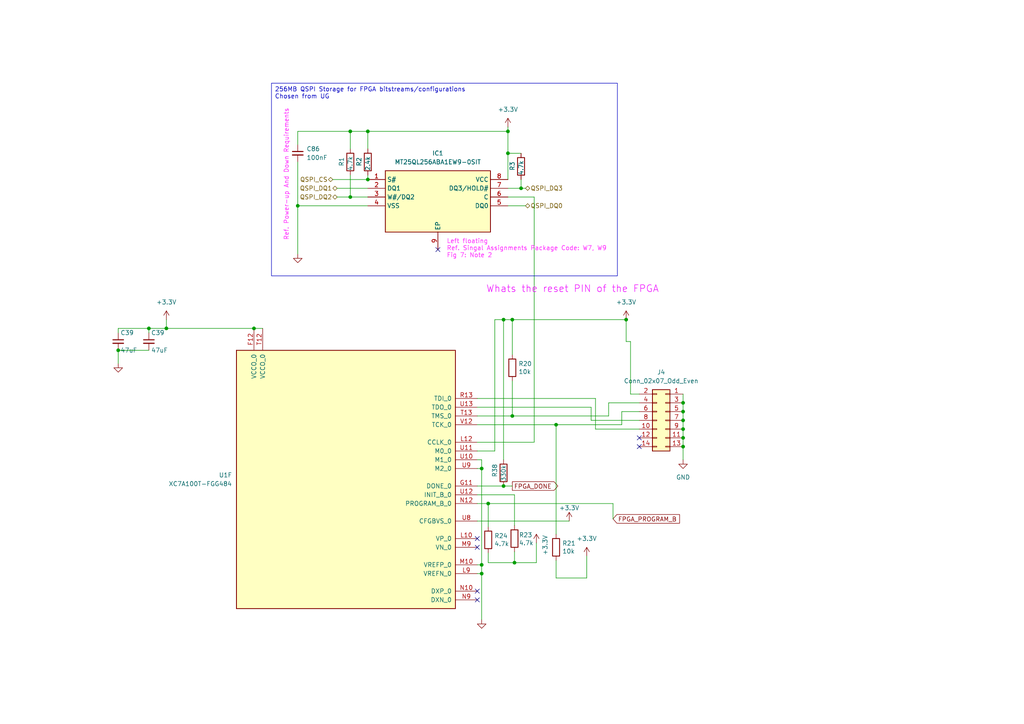
<source format=kicad_sch>
(kicad_sch (version 20230121) (generator eeschema)
  (paper "A4")
  (title_block (title "TripSitter") (date "4/20/2069") (rev "4.2.0") (company "NTNU x Nordic Semiconductor"))
  (junction (at 146.05 92.71))
  (junction (at 151.13 54.61))
  (junction (at 48.26 95.25))
  (junction (at 198.12 116.84))
  (junction (at 141.605 146.05))
  (junction (at 198.12 129.54))
  (junction (at 147.32 44.45))
  (junction (at 34.29 101.6))
  (junction (at 181.61 92.71))
  (junction (at 101.6 57.15))
  (junction (at 198.12 124.46))
  (junction (at 198.12 127))
  (junction (at 161.29 123.19))
  (junction (at 139.7 163.83))
  (junction (at 148.59 92.71))
  (junction (at 149.225 163.195))
  (junction (at 139.7 135.89))
  (junction (at 198.12 119.38))
  (junction (at 106.68 38.1))
  (junction (at 101.6 38.1))
  (junction (at 73.66 95.25))
  (junction (at 198.12 121.92))
  (junction (at 147.32 38.1))
  (junction (at 86.36 59.69))
  (junction (at 106.68 52.07))
  (junction (at 148.59 120.65))
  (junction (at 139.7 166.37))
  (junction (at 43.18 95.25))
  (junction (at 146.05 140.97))
  (no_connect (at 138.43 156.21))
  (no_connect (at 185.42 127))
  (no_connect (at 138.43 171.45))
  (no_connect (at 138.43 173.99))
  (no_connect (at 127 72.39))
  (no_connect (at 185.42 129.54))
  (no_connect (at 138.43 158.75))
  (wire (pts (xy 48.26 92.71) (xy 48.26 95.25)))
  (wire (pts (xy 101.6 38.1) (xy 86.36 38.1)))
  (wire (pts (xy 177.8 146.05) (xy 141.605 146.05)))
  (wire (pts (xy 161.29 123.19) (xy 161.29 154.94)))
  (wire (pts (xy 198.12 121.92) (xy 198.12 124.46)))
  (wire (pts (xy 146.05 92.71) (xy 146.05 133.35)))
  (wire (pts (xy 149.225 143.51) (xy 149.225 152.4)))
  (wire (pts (xy 148.59 92.71) (xy 148.59 102.87)))
  (wire (pts (xy 148.59 92.71) (xy 181.61 92.71)))
  (wire (pts (xy 198.12 129.54) (xy 198.12 133.35)))
  (wire (pts (xy 101.6 57.15) (xy 101.6 50.8)))
  (wire (pts (xy 147.32 36.83) (xy 147.32 38.1)))
  (wire (pts (xy 185.42 124.46) (xy 172.72 124.46)))
  (wire (pts (xy 146.05 140.97) (xy 138.43 140.97)))
  (wire (pts (xy 86.36 46.99) (xy 86.36 59.69)))
  (wire (pts (xy 138.43 120.65) (xy 148.59 120.65)))
  (wire (pts (xy 34.29 101.6) (xy 34.29 105.41)))
  (wire (pts (xy 198.12 127) (xy 198.12 129.54)))
  (wire (pts (xy 154.94 128.27) (xy 154.94 57.15)))
  (wire (pts (xy 147.32 59.69) (xy 152.4 59.69)))
  (wire (pts (xy 182.88 99.06) (xy 182.88 114.3)))
  (wire (pts (xy 198.12 119.38) (xy 198.12 121.92)))
  (wire (pts (xy 101.6 38.1) (xy 101.6 43.18)))
  (wire (pts (xy 148.59 140.97) (xy 146.05 140.97)))
  (wire (pts (xy 154.94 57.15) (xy 147.32 57.15)))
  (wire (pts (xy 138.43 163.83) (xy 139.7 163.83)))
  (wire (pts (xy 34.29 101.6) (xy 43.18 101.6)))
  (wire (pts (xy 148.59 120.65) (xy 176.53 120.65)))
  (wire (pts (xy 151.13 54.61) (xy 152.4 54.61)))
  (wire (pts (xy 86.36 38.1) (xy 86.36 41.91)))
  (wire (pts (xy 143.51 92.71) (xy 146.05 92.71)))
  (wire (pts (xy 182.88 114.3) (xy 185.42 114.3)))
  (wire (pts (xy 138.43 115.57) (xy 172.72 115.57)))
  (wire (pts (xy 165.1 151.13) (xy 138.43 151.13)))
  (wire (pts (xy 147.32 38.1) (xy 106.68 38.1)))
  (wire (pts (xy 34.29 95.25) (xy 34.29 96.52)))
  (wire (pts (xy 182.88 99.06) (xy 181.61 99.06)))
  (wire (pts (xy 185.42 119.38) (xy 180.34 119.38)))
  (wire (pts (xy 161.29 123.19) (xy 180.34 123.19)))
  (wire (pts (xy 171.45 121.92) (xy 171.45 118.11)))
  (wire (pts (xy 185.42 116.84) (xy 176.53 116.84)))
  (wire (pts (xy 138.43 118.11) (xy 171.45 118.11)))
  (wire (pts (xy 73.66 95.25) (xy 76.2 95.25)))
  (wire (pts (xy 106.68 38.1) (xy 106.68 43.18)))
  (wire (pts (xy 149.225 163.195) (xy 155.575 163.195)))
  (wire (pts (xy 149.225 160.02) (xy 149.225 163.195)))
  (wire (pts (xy 141.605 146.05) (xy 138.43 146.05)))
  (wire (pts (xy 170.18 167.64) (xy 170.18 161.29)))
  (wire (pts (xy 148.59 110.49) (xy 148.59 120.65)))
  (wire (pts (xy 106.68 57.15) (xy 101.6 57.15)))
  (wire (pts (xy 139.7 163.83) (xy 139.7 166.37)))
  (wire (pts (xy 139.7 133.35) (xy 138.43 133.35)))
  (wire (pts (xy 86.36 59.69) (xy 106.68 59.69)))
  (wire (pts (xy 176.53 116.84) (xy 176.53 120.65)))
  (wire (pts (xy 96.52 52.07) (xy 106.68 52.07)))
  (wire (pts (xy 43.18 95.25) (xy 43.18 96.52)))
  (wire (pts (xy 141.605 160.401) (xy 141.605 163.195)))
  (wire (pts (xy 138.43 143.51) (xy 149.225 143.51)))
  (wire (pts (xy 48.26 95.25) (xy 43.18 95.25)))
  (wire (pts (xy 147.32 44.45) (xy 147.32 52.07)))
  (wire (pts (xy 147.32 54.61) (xy 151.13 54.61)))
  (wire (pts (xy 138.43 135.89) (xy 139.7 135.89)))
  (wire (pts (xy 151.13 44.45) (xy 147.32 44.45)))
  (wire (pts (xy 185.42 121.92) (xy 171.45 121.92)))
  (wire (pts (xy 138.43 130.81) (xy 143.51 130.81)))
  (wire (pts (xy 48.26 95.25) (xy 73.66 95.25)))
  (wire (pts (xy 97.79 54.61) (xy 106.68 54.61)))
  (wire (pts (xy 139.7 166.37) (xy 139.7 179.705)))
  (wire (pts (xy 141.605 146.05) (xy 141.605 152.781)))
  (wire (pts (xy 155.575 157.48) (xy 155.575 163.195)))
  (wire (pts (xy 138.43 166.37) (xy 139.7 166.37)))
  (wire (pts (xy 177.8 146.05) (xy 177.8 150.495)))
  (wire (pts (xy 181.61 99.06) (xy 181.61 92.71)))
  (wire (pts (xy 161.29 167.64) (xy 170.18 167.64)))
  (wire (pts (xy 143.51 130.81) (xy 143.51 92.71)))
  (wire (pts (xy 106.68 50.8) (xy 106.68 52.07)))
  (wire (pts (xy 138.43 128.27) (xy 154.94 128.27)))
  (wire (pts (xy 139.7 133.35) (xy 139.7 135.89)))
  (wire (pts (xy 180.34 119.38) (xy 180.34 123.19)))
  (wire (pts (xy 141.605 163.195) (xy 149.225 163.195)))
  (wire (pts (xy 97.79 57.15) (xy 101.6 57.15)))
  (wire (pts (xy 198.12 114.3) (xy 198.12 116.84)))
  (wire (pts (xy 43.18 95.25) (xy 34.29 95.25)))
  (wire (pts (xy 172.72 124.46) (xy 172.72 115.57)))
  (wire (pts (xy 161.29 162.56) (xy 161.29 167.64)))
  (wire (pts (xy 86.36 59.69) (xy 86.36 73.66)))
  (wire (pts (xy 147.32 38.1) (xy 147.32 44.45)))
  (wire (pts (xy 106.68 38.1) (xy 101.6 38.1)))
  (wire (pts (xy 139.7 135.89) (xy 139.7 163.83)))
  (wire (pts (xy 138.43 123.19) (xy 161.29 123.19)))
  (wire (pts (xy 146.05 92.71) (xy 148.59 92.71)))
  (wire (pts (xy 198.12 124.46) (xy 198.12 127)))
  (wire (pts (xy 198.12 116.84) (xy 198.12 119.38)))
  (wire (pts (xy 151.13 52.07) (xy 151.13 54.61)))
  (text_box "256MB QSPI Storage for FPGA bitstreams/configurations\nChosen from UG" (at 78.74 24.13 0) (size 100.33 55.88) (effects (font (size 1.27 1.27)) (justify left top)))
  (text "Whats the reset PIN of the FPGA" (at 140.97 85.09 0) (effects (font (size 2 2)) (justify left bottom)))
  (text "Left floating\nRef. Singal Assignments Package Code: W7, W9\nFig 7: Note 2" (at 129.54 74.93 0) (effects (font (size 1.27 1.27)) (justify left bottom)))
  (text "Ref. Power-up And Down Requirements" (at 83.82 69.85 90) (effects (font (size 1.27 1.27)) (justify left bottom)))
  (global_label "FPGA_PROGRAM_B" (shape input) (at 177.8 150.495 0) (property "Intersheetrefs" "${INTERSHEET_REFS}" (effects hide)))
  (global_label "FPGA_DONE" (shape output) (at 148.59 140.97 0) (property "Intersheetrefs" "${INTERSHEET_REFS}" (effects hide)))
  (hierarchical_label "QSPI_DQ3" (shape bidirectional) (at 152.4 54.61 0))
  (hierarchical_label "QSPI_CS" (shape bidirectional) (at 96.52 52.07 180))
  (hierarchical_label "QSPI_DQ0" (shape bidirectional) (at 152.4 59.69 0))
  (hierarchical_label "QSPI_DQ2" (shape bidirectional) (at 97.79 57.15 180))
  (hierarchical_label "QSPI_DQ1" (shape bidirectional) (at 97.79 54.61 180))
  (symbol (lib_id "power:GND") (at 86.36 73.66 0) (mirror y) (unit 1)
    (property "Reference" "#PWR022" (effects hide))
    (property "Value" "GND" (effects hide))
    (instances (project "TripSitter" (path "" (reference "#PWR022") (unit 1))) (project "fpga" (path "" (reference "#PWR0314") (unit 1))))
  )
  (symbol (lib_id "Device:R") (at 161.29 158.75 0) (unit 1)
    (property "Reference" "R21" (at 163.068 157.5816 0) (effects (justify left)))
    (property "Value" "10k" (at 163.068 159.893 0) (effects (justify left)))
    (property "Footprint" "Resistor_SMD:R_0805_2012Metric_Pad1.20x1.40mm_HandSolder" (effects hide))
    (property "Component name" "RNCP0805FTD10K0" (effects hide))
    (property "DK_Detail_Page" "https://www.digikey.no/product-detail/en/stackpole-electronics-inc/RNCP0805FTD10K0/RNCP0805FTD10K0CT-ND/2240601" (effects hide))
    (instances (project "TripSitter" (path "" (reference "R21") (unit 1))) (project "tdt4295" (path "" (reference "R306") (unit 1))))
  )
  (symbol (lib_id "Device:C_Small") (at 34.29 99.06 0) (unit 1)
    (property "Reference" "C39" (at 34.925 96.52 0) (effects (justify left)))
    (property "Value" "47uF" (at 34.925 101.6 0) (effects (justify left)))
    (property "Footprint" "Capacitor_SMD:C_0603_1608Metric_Pad1.08x0.95mm_HandSolder" (effects hide))
    (property "Component name" "CL10A476MR8NZNE" (effects hide))
    (property "DK_Detail_Page" "https://www.digikey.no/no/products/detail/samsung-electro-mechanics/CL10A476MR8NZNE/5961012" (effects hide))
    (instances (project "TripSitter" (path "" (reference "C39") (unit 1)) (path "" (reference "C9") (unit 1))) (project "fpga" (path "" (reference "C602") (unit 1))))
  )
  (symbol (lib_id "Device:C_Small") (at 43.18 99.06 0) (unit 1)
    (property "Reference" "C39" (at 43.815 96.52 0) (effects (justify left)))
    (property "Value" "47uF" (at 43.815 101.6 0) (effects (justify left)))
    (property "Footprint" "Capacitor_SMD:C_0603_1608Metric_Pad1.08x0.95mm_HandSolder" (effects hide))
    (property "Component name" "CL10A476MR8NZNE" (effects hide))
    (property "DK_Detail_Page" "https://www.digikey.no/no/products/detail/samsung-electro-mechanics/CL10A476MR8NZNE/5961012" (effects hide))
    (instances (project "TripSitter" (path "" (reference "C39") (unit 1)) (path "" (reference "C10") (unit 1))) (project "fpga" (path "" (reference "C602") (unit 1))))
  )
  (symbol (lib_id "Device:R") (at 149.225 156.21 0) (unit 1)
    (property "Reference" "R23" (at 150.495 155.1686 0) (effects (justify left)))
    (property "Value" "4.7k" (at 150.495 157.48 0) (effects (justify left)))
    (property "Footprint" "Resistor_SMD:R_0603_1608Metric_Pad0.98x0.95mm_HandSolder" (effects hide))
    (property "Datasheet" "https://media.digikey.com/pdf/Data%20Sheets/Susumu%20PDFs/RG_RM_RGH_Oct2012.pdf" (effects hide))
    (property "Component name" "RG1608P-472-B-T5" (effects hide))
    (property "DK_Detail_Page" "https://www.digikey.no/product-detail/no/susumu/RG1608P-472-B-T5/RG16P4-7KBCT-ND/1240978" (effects hide))
    (instances (project "TripSitter" (path "" (reference "R23") (unit 1))) (project "tdt4295" (path "" (reference "R302") (unit 1))))
  )
  (symbol (lib_id "xc7a100t-fgg484:XC7A100T-FGG484") (at 100.33 135.89 0) (unit 6)
    (property "Reference" "U1" (at 67.31 137.795 0) (effects (justify right)))
    (property "Value" "XC7A100T-FGG484" (at 67.31 140.335 0) (effects (justify right)))
    (property "Footprint" "Package_BGA:Xilinx_FGG484" (effects hide))
    (property "Datasheet" "https://docs.xilinx.com/v/u/en-US/ds181_Artix_7_Data_Sheet" (effects hide))
  )
  (symbol (lib_id "Connector_Generic:Conn_02x07_Odd_Even") (at 193.04 121.92 0) (mirror y) (unit 1)
    (property "Reference" "J4" (at 191.77 107.95 0))
    (property "Value" "Conn_02x07_Odd_Even" (at 191.77 110.49 0))
    (property "Footprint" "Connector_PinHeader_2.54mm:PinHeader_2x07_P2.54mm_Vertical_SMD" (effects hide))
    (property "Datasheet" "http://infocenter.arm.com/help/topic/com.arm.doc.dui0499b/DUI0499B_system_design_reference.pdf" (effects hide))
  )
  (symbol (lib_id "Device:R") (at 146.05 137.16 0) (unit 1)
    (property "Reference" "R38" (at 143.51 138.43 90) (effects (justify left)))
    (property "Value" "330k" (at 146.05 139.7 90) (effects (justify left)))
    (property "Footprint" "Resistor_SMD:R_0603_1608Metric_Pad0.98x0.95mm_HandSolder" (effects hide))
    (property "Datasheet" "https://media.digikey.com/pdf/Data%20Sheets/Susumu%20PDFs/RG_RM_RGH_Oct2012.pdf" (effects hide))
    (property "Component name" "RG1608P-472-B-T5" (effects hide))
    (property "DK_Detail_Page" "https://www.digikey.no/product-detail/no/susumu/RG1608P-472-B-T5/RG16P4-7KBCT-ND/1240978" (effects hide))
    (instances (project "TripSitter" (path "" (reference "R38") (unit 1))) (project "fpga" (path "" (reference "R309") (unit 1))))
  )
  (symbol (lib_id "power:GND") (at 34.29 105.41 0) (mirror y) (unit 1)
    (property "Reference" "#PWR019" (effects hide))
    (property "Value" "GND" (effects hide))
    (instances (project "TripSitter" (path "" (reference "#PWR019") (unit 1))) (project "fpga" (path "" (reference "#PWR0314") (unit 1))))
  )
  (symbol (lib_id "Device:R") (at 151.13 48.26 0) (unit 1)
    (property "Reference" "R3" (at 148.59 49.53 90) (effects (justify left)))
    (property "Value" "4.7k" (at 151.13 50.8 90) (effects (justify left)))
    (property "Footprint" "Resistor_SMD:R_0603_1608Metric_Pad0.98x0.95mm_HandSolder" (effects hide))
    (property "Datasheet" "https://media.digikey.com/pdf/Data%20Sheets/Susumu%20PDFs/RG_RM_RGH_Oct2012.pdf" (effects hide))
    (property "Component name" "RG1608P-472-B-T5" (effects hide))
    (property "DK_Detail_Page" "https://www.digikey.no/product-detail/no/susumu/RG1608P-472-B-T5/RG16P4-7KBCT-ND/1240978" (effects hide))
    (instances (project "TripSitter" (path "" (reference "R3") (unit 1))) (project "fpga" (path "" (reference "R309") (unit 1))))
  )
  (symbol (lib_id "power:+3.3V") (at 48.26 92.71 0) (mirror y) (unit 1)
    (property "Reference" "#PWR020" (effects hide))
    (property "Value" "+3.3V" (at 48.26 87.63 0))
  )
  (symbol (lib_id "power:GND") (at 198.12 133.35 0) (unit 1)
    (property "Reference" "#PWR042" (effects hide))
    (property "Value" "GND" (at 198.12 138.43 0))
  )
  (symbol (lib_id "Device:C_Small") (at 86.36 44.45 0) (unit 1)
    (property "Reference" "C86" (at 88.9 43.1863 0) (effects (justify left)))
    (property "Value" "100nF" (at 88.9 45.7263 0) (effects (justify left)))
    (property "Footprint" "Capacitor_SMD:C_0201_0603Metric_Pad0.64x0.40mm_HandSolder" (effects hide))
  )
  (symbol (lib_id "power:GND") (at 139.7 179.705 0) (mirror y) (unit 1)
    (property "Reference" "#PWR05" (effects hide))
    (property "Value" "GND" (effects hide))
    (instances (project "TripSitter" (path "" (reference "#PWR05") (unit 1))) (project "fpga" (path "" (reference "#PWR0314") (unit 1))))
  )
  (symbol (lib_id "power:+3.3V") (at 170.18 161.29 0) (mirror y) (unit 1)
    (property "Reference" "#PWR03" (effects hide))
    (property "Value" "+3.3V" (at 170.18 156.21 0))
  )
  (symbol (lib_id "MT25QL256:MT25QL256ABA1EW9-0SIT") (at 106.68 52.07 0) (unit 1)
    (property "Reference" "IC1" (at 127 44.45 0))
    (property "Value" "MT25QL256ABA1EW9-0SIT" (at 127 46.99 0))
    (property "Footprint" "footprints:SON127P800X600X80-9N-D" (effects hide))
    (property "Datasheet" "https://www.micron.com/products/nor-flash/serial-nor-flash/part-catalog/mt25ql256aba1ew9-0sit" (effects hide))
    (property "Height" "0.8" (effects hide))
    (property "Manufacturer_Name" "Micron" (effects hide))
    (property "Manufacturer_Part_Number" "MT25QL256ABA1EW9-0SIT" (effects hide))
    (property "Mouser Part Number" "340-256486-TRAY" (effects hide))
    (property "Mouser Price/Stock" "https://www.mouser.co.uk/ProductDetail/Micron/MT25QL256ABA1EW9-0SIT?qs=rrS6PyfT74cSp3ROgNoNfw%3D%3D" (effects hide))
    (property "Arrow Part Number" "MT25QL256ABA1EW9-0SIT" (effects hide))
    (property "Arrow Price/Stock" "https://www.arrow.com/en/products/mt25ql256aba1ew9-0sit/micron-technology?region=nac" (effects hide))
  )
  (symbol (lib_id "power:+3.3V") (at 181.61 92.71 0) (mirror y) (unit 1)
    (property "Reference" "#PWR011" (effects hide))
    (property "Value" "+3.3V" (at 181.61 87.63 0))
    (instances (project "TripSitter" (path "" (reference "#PWR011") (unit 1)) (path "" (reference "#PWR014") (unit 1)) (path "" (reference "#PWR065") (unit 1))))
  )
  (symbol (lib_id "power:+3.3V") (at 165.1 151.13 0) (mirror y) (unit 1)
    (property "Reference" "#PWR04" (effects hide))
    (property "Value" "+3.3V" (at 165.1 147.32 0))
  )
  (symbol (lib_id "power:+3.3V") (at 155.575 157.48 0) (mirror y) (unit 1)
    (property "Reference" "#PWR02" (effects hide))
    (property "Value" "+3.3V" (at 158.115 158.115 90))
  )
  (symbol (lib_id "Device:R") (at 141.605 156.591 0) (unit 1)
    (property "Reference" "R24" (at 143.383 155.4226 0) (effects (justify left)))
    (property "Value" "4.7k" (at 143.383 157.734 0) (effects (justify left)))
    (property "Footprint" "Resistor_SMD:R_0603_1608Metric_Pad0.98x0.95mm_HandSolder" (effects hide))
    (property "Datasheet" "https://media.digikey.com/pdf/Data%20Sheets/Susumu%20PDFs/RG_RM_RGH_Oct2012.pdf" (effects hide))
    (property "Component name" "RG1608P-472-B-T5" (effects hide))
    (property "DK_Detail_Page" "https://www.digikey.no/product-detail/no/susumu/RG1608P-472-B-T5/RG16P4-7KBCT-ND/1240978" (effects hide))
    (instances (project "TripSitter" (path "" (reference "R24") (unit 1))) (project "tdt4295" (path "" (reference "R302") (unit 1))))
  )
  (symbol (lib_id "Device:R") (at 106.68 46.99 0) (unit 1)
    (property "Reference" "R2" (at 104.14 48.26 90) (effects (justify left)))
    (property "Value" "2.4k" (at 106.68 49.53 90) (effects (font (size 1.25 1.25)) (justify left)))
    (property "Footprint" "Resistor_SMD:R_0603_1608Metric_Pad0.98x0.95mm_HandSolder" (effects hide))
    (property "Datasheet" "https://media.digikey.com/pdf/Data%20Sheets/Susumu%20PDFs/RG_RM_RGH_Oct2012.pdf" (effects hide))
    (property "Component name" "RG1608P-472-B-T5" (effects hide))
    (property "DK_Detail_Page" "https://www.digikey.no/product-detail/no/susumu/RG1608P-472-B-T5/RG16P4-7KBCT-ND/1240978" (effects hide))
    (instances (project "TripSitter" (path "" (reference "R2") (unit 1))) (project "fpga" (path "" (reference "R309") (unit 1))))
  )
  (symbol (lib_id "Device:R") (at 101.6 46.99 0) (unit 1)
    (property "Reference" "R1" (at 99.06 48.26 90) (effects (justify left)))
    (property "Value" "4.7k" (at 101.6 49.53 90) (effects (justify left)))
    (property "Footprint" "Resistor_SMD:R_0603_1608Metric_Pad0.98x0.95mm_HandSolder" (effects hide))
    (property "Datasheet" "https://media.digikey.com/pdf/Data%20Sheets/Susumu%20PDFs/RG_RM_RGH_Oct2012.pdf" (effects hide))
    (property "Component name" "RG1608P-472-B-T5" (effects hide))
    (property "DK_Detail_Page" "https://www.digikey.no/product-detail/no/susumu/RG1608P-472-B-T5/RG16P4-7KBCT-ND/1240978" (effects hide))
    (instances (project "TripSitter" (path "" (reference "R1") (unit 1))) (project "fpga" (path "" (reference "R309") (unit 1))))
  )
  (symbol (lib_id "Device:R") (at 148.59 106.68 0) (unit 1)
    (property "Reference" "R20" (at 150.368 105.5116 0) (effects (justify left)))
    (property "Value" "10k" (at 150.368 107.823 0) (effects (justify left)))
    (property "Footprint" "Resistor_SMD:R_0805_2012Metric_Pad1.20x1.40mm_HandSolder" (effects hide))
    (property "Component name" "RNCP0805FTD10K0" (effects hide))
    (property "DK_Detail_Page" "https://www.digikey.no/product-detail/en/stackpole-electronics-inc/RNCP0805FTD10K0/RNCP0805FTD10K0CT-ND/2240601" (effects hide))
    (instances (project "TripSitter" (path "" (reference "R20") (unit 1))) (project "tdt4295" (path "" (reference "R303") (unit 1))))
  )
  (symbol (lib_id "power:+3.3V") (at 147.32 36.83 0) (mirror y) (unit 1)
    (property "Reference" "#PWR023" (effects hide))
    (property "Value" "+3.3V" (at 147.32 31.75 0))
  )
)
</source>
